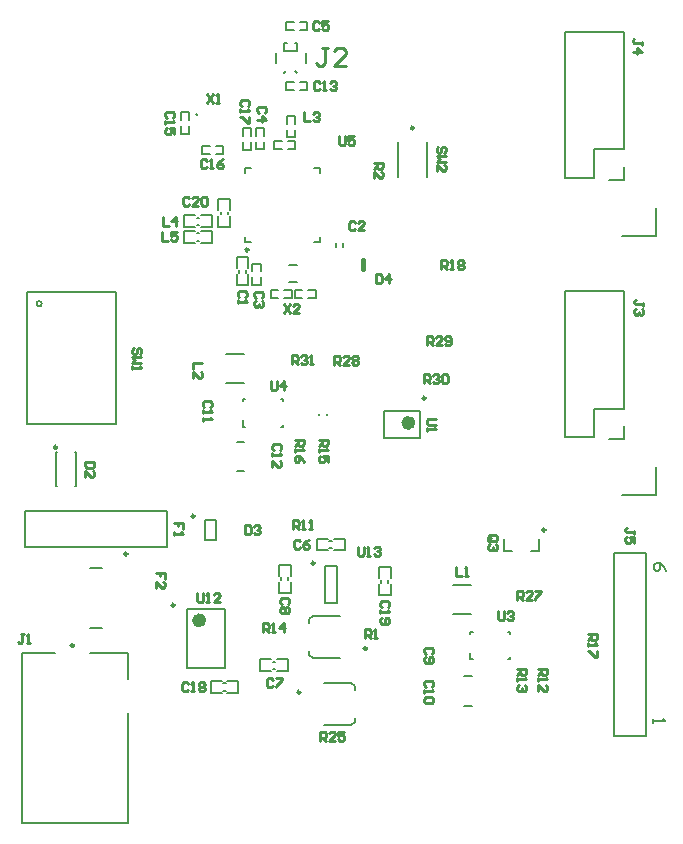
<source format=gto>
G04*
G04 #@! TF.GenerationSoftware,Altium Limited,Altium Designer,19.1.8 (144)*
G04*
G04 Layer_Color=65535*
%FSLAX25Y25*%
%MOIN*%
G70*
G01*
G75*
%ADD10C,0.00984*%
%ADD11C,0.02362*%
%ADD12C,0.00394*%
%ADD13C,0.00787*%
%ADD14C,0.00591*%
%ADD15C,0.00600*%
%ADD16C,0.01575*%
%ADD17C,0.01000*%
%ADD18C,0.00800*%
D10*
X144492Y219733D02*
G03*
X144492Y219733I-492J0D01*
G01*
X148456Y129706D02*
G03*
X148456Y129706I-492J0D01*
G01*
X31205Y47209D02*
G03*
X31205Y47209I-492J0D01*
G01*
X188373Y85731D02*
G03*
X188373Y85731I-492J0D01*
G01*
X89416Y179143D02*
G03*
X89416Y179143I-492J0D01*
G01*
X25549Y113284D02*
G03*
X25549Y113284I-492J0D01*
G01*
X49031Y77732D02*
G03*
X49031Y77732I-492J0D01*
G01*
X111485Y74685D02*
G03*
X111485Y74685I-492J0D01*
G01*
X128806Y46163D02*
G03*
X128806Y46163I-492J0D01*
G01*
X106678Y31637D02*
G03*
X106678Y31637I-492J0D01*
G01*
X71385Y90367D02*
G03*
X71385Y90367I-492J0D01*
G01*
X64768Y60645D02*
G03*
X64768Y60645I-492J0D01*
G01*
D11*
X143879Y121438D02*
G03*
X143879Y121438I-1181J0D01*
G01*
X74119Y55606D02*
G03*
X74119Y55606I-1181J0D01*
G01*
D12*
X72567Y224202D02*
G03*
X72567Y224202I-433J0D01*
G01*
D13*
X20475Y161103D02*
G03*
X20475Y161103I-880J0D01*
G01*
X225248Y97272D02*
Y106720D01*
X213831Y97272D02*
X225248D01*
X194776Y126012D02*
Y165382D01*
X214461D01*
Y126091D02*
Y165382D01*
X204539Y126091D02*
X214461D01*
X204539Y116563D02*
Y126091D01*
X194776Y116563D02*
X204539D01*
X194776D02*
Y126012D01*
X209500Y116012D02*
X214618D01*
Y120343D01*
X225248Y183772D02*
Y193220D01*
X213831Y183772D02*
X225248D01*
X194776Y212512D02*
Y251882D01*
X214461D01*
Y212591D02*
Y251882D01*
X204539Y212591D02*
X214461D01*
X204539Y203063D02*
Y212591D01*
X194776Y203063D02*
X204539D01*
X194776D02*
Y212512D01*
X209500Y202512D02*
X214618D01*
Y206842D01*
X163406Y51866D02*
X164094D01*
X163406Y51177D02*
Y51866D01*
X176594Y51177D02*
Y51866D01*
X175906D02*
X176594D01*
Y42614D02*
Y43303D01*
X175906Y42614D02*
X176594D01*
X163406D02*
Y44780D01*
Y42614D02*
X164094D01*
X87705Y120174D02*
X88394D01*
X87705D02*
Y122339D01*
X100206Y120174D02*
X100894D01*
Y120863D01*
X100206Y129426D02*
X100894D01*
Y128737D02*
Y129426D01*
X87705Y128737D02*
Y129426D01*
X88394D01*
X115678Y124103D02*
Y124497D01*
X112922Y124103D02*
Y124497D01*
X72249Y187419D02*
X73036D01*
X72249Y189781D02*
X73036D01*
X72249Y184581D02*
X73036D01*
X72249Y182219D02*
X73036D01*
X88581Y171549D02*
Y172336D01*
X86219Y171549D02*
Y172336D01*
X82481Y190906D02*
Y191694D01*
X80119Y190906D02*
Y191694D01*
X148921Y203395D02*
Y215206D01*
X139079Y203395D02*
Y215206D01*
X134430Y125375D02*
X146635D01*
X134430Y116320D02*
X146635D01*
Y125375D01*
X134430Y116320D02*
Y125375D01*
X116406Y82081D02*
X117194D01*
X116406Y79719D02*
X117194D01*
X97549Y41781D02*
X98336D01*
X97549Y39419D02*
X98336D01*
X100319Y69106D02*
Y69894D01*
X102681Y69106D02*
Y69894D01*
X135981Y68206D02*
Y68994D01*
X133619Y68206D02*
Y68994D01*
X81006Y32219D02*
X81794D01*
X81006Y34581D02*
X81794D01*
X49216Y35988D02*
Y44846D01*
X36421D02*
X49216D01*
Y-11846D02*
Y24571D01*
X13783Y44846D02*
X25004D01*
X13783Y-11846D02*
Y44846D01*
Y-11846D02*
X49216D01*
X174495Y78644D02*
X177250D01*
X174495D02*
Y82581D01*
X183550Y78644D02*
X186305D01*
Y82581D01*
X221795Y16909D02*
Y78091D01*
X211205Y16909D02*
X221795D01*
X211205D02*
Y78091D01*
X221795D01*
X120979Y180109D02*
Y181291D01*
X118421Y180109D02*
Y181291D01*
X102743Y174153D02*
X105499D01*
X102743Y168247D02*
X105499D01*
X88333Y181702D02*
X90105D01*
X88333D02*
Y183474D01*
Y204734D02*
Y206505D01*
X90105D01*
X111365D02*
X113136D01*
Y204734D02*
Y206505D01*
X111365Y181702D02*
X113136D01*
Y183474D01*
X82047Y134579D02*
X87953D01*
X82047Y144421D02*
X87953D01*
X85706Y115221D02*
X88068D01*
X85706Y105379D02*
X88068D01*
X161406Y36921D02*
X163768D01*
X161406Y27079D02*
X163768D01*
X157547Y57579D02*
X163453D01*
X157547Y67421D02*
X163453D01*
X28650Y165040D02*
X45185D01*
Y120945D02*
Y165040D01*
X15658Y120945D02*
X45185D01*
X15658D02*
Y165040D01*
X28650D01*
X31553Y100390D02*
X31947D01*
X31553Y111610D02*
X31947D01*
X25253Y100390D02*
X25647D01*
X25253Y111610D02*
X25647D01*
X31947Y100390D02*
Y111610D01*
X25253Y100390D02*
Y111610D01*
X14878Y80094D02*
Y91905D01*
X62122D01*
Y80094D02*
Y91905D01*
X14878Y80094D02*
X62122D01*
X36531Y73039D02*
X40468D01*
X36531Y52961D02*
X40468D01*
X118769Y61398D02*
Y73602D01*
X114831Y61398D02*
Y73602D01*
Y61398D02*
X118769D01*
X114831Y73602D02*
X118769D01*
X110794Y57187D02*
X119850D01*
X109613Y56006D02*
X110794Y57187D01*
X109613Y54824D02*
Y56006D01*
X109613Y44194D02*
Y45376D01*
Y44194D02*
X110794Y43013D01*
X119850D01*
X114650Y20613D02*
X123705D01*
X124887Y21794D01*
Y22976D01*
X124887Y32424D02*
Y33606D01*
X123705Y34787D02*
X124887Y33606D01*
X114650Y34787D02*
X123705D01*
X78472Y82552D02*
Y89048D01*
X74928Y82552D02*
Y89048D01*
X78472D01*
X74928Y82552D02*
X78472D01*
X69001Y39858D02*
X81599D01*
X69001Y59543D02*
X81599D01*
Y39858D02*
Y59543D01*
X69001Y39858D02*
Y59543D01*
D14*
X101335Y245305D02*
Y247983D01*
X102083D01*
X101335Y245305D02*
X105665D01*
X104917Y247983D02*
X105665D01*
Y245305D02*
Y247983D01*
X98579Y241369D02*
Y244754D01*
X101335Y238140D02*
X102024Y238829D01*
X108421Y241369D02*
Y244754D01*
X104976Y238829D02*
X105665Y238140D01*
D15*
X102158Y223683D02*
X104914Y223683D01*
X102158Y216597D02*
X104914D01*
X102158D02*
Y219156D01*
Y221124D02*
Y223683D01*
X104914Y216597D02*
Y219156D01*
Y221124D02*
Y223683D01*
X111929Y163122D02*
Y165878D01*
X104842Y163122D02*
Y165878D01*
X107401D01*
X109370D02*
X111929D01*
X104842Y163122D02*
X107401D01*
X109370D02*
X111929D01*
X96843Y163122D02*
Y165878D01*
X103929Y163122D02*
Y165878D01*
X101370Y163122D02*
X103929D01*
X96843D02*
X99402D01*
X101370Y165878D02*
X103929D01*
X96843D02*
X99402D01*
X105039Y212745D02*
Y215501D01*
X97953Y212745D02*
Y215501D01*
X100512D01*
X102480D02*
X105039D01*
X97953Y212745D02*
X100512D01*
X102480D02*
X105039D01*
X101957Y232422D02*
Y235178D01*
X109044Y232422D02*
Y235178D01*
X106485Y232422D02*
X109044D01*
X101957D02*
X104516D01*
X106485Y235178D02*
X109044D01*
X101957D02*
X104516D01*
X66822Y217857D02*
X69578D01*
X66822Y224944D02*
X69578D01*
Y222385D02*
Y224944D01*
Y217857D02*
Y220416D01*
X66822Y222385D02*
Y224944D01*
Y217857D02*
Y220416D01*
X73896Y211122D02*
Y213878D01*
X80983Y211122D02*
Y213878D01*
X78424Y211122D02*
X80983D01*
X73896D02*
X76455D01*
X78424Y213878D02*
X80983D01*
X73896D02*
X76455D01*
X77268Y186632D02*
Y190568D01*
X68016Y186632D02*
Y190568D01*
X73627Y186632D02*
X77268D01*
X68016D02*
X71658D01*
X73627Y190568D02*
X77268D01*
X68016D02*
X71658D01*
X68016Y181431D02*
Y185369D01*
X77268Y181431D02*
Y185369D01*
X68016D02*
X71658D01*
X73627D02*
X77268D01*
X68016Y181431D02*
X71658D01*
X73627D02*
X77268D01*
X89368Y172927D02*
Y176568D01*
Y167316D02*
Y170958D01*
X85431Y172927D02*
Y176568D01*
Y167317D02*
Y170958D01*
Y167317D02*
X89368Y167316D01*
X85431Y176568D02*
X89368D01*
X90722Y167388D02*
X93478D01*
X90722Y174475D02*
X93478D01*
Y171916D02*
Y174475D01*
Y167388D02*
Y169948D01*
X90722Y171916D02*
Y174475D01*
Y167388D02*
Y169948D01*
X87522Y219643D02*
X90278D01*
X87522Y212556D02*
X90278D01*
X87522D02*
Y215115D01*
Y217084D02*
Y219643D01*
X90278Y212556D02*
Y215115D01*
Y217084D02*
Y219643D01*
X83268Y192284D02*
Y195926D01*
Y186674D02*
Y190316D01*
X79331Y192284D02*
Y195926D01*
Y186674D02*
Y190316D01*
Y186674D02*
X83268Y186674D01*
X79331Y195926D02*
X83268D01*
X91857Y219647D02*
X94613D01*
X91857Y212560D02*
X94613D01*
X91857D02*
Y215119D01*
Y217088D02*
Y219647D01*
X94613Y212560D02*
Y215119D01*
Y217088D02*
Y219647D01*
X112174Y82868D02*
X115816D01*
X117784D02*
X121426D01*
X112174Y78931D02*
X115816D01*
X117784D02*
X121426D01*
X121426Y82868D01*
X112174Y78931D02*
Y82868D01*
X93317Y42568D02*
X96958D01*
X98927D02*
X102568D01*
X93317Y38631D02*
X96958D01*
X98927D02*
X102568D01*
X102568Y42568D01*
X93317Y38631D02*
Y42568D01*
X99532Y64874D02*
Y68516D01*
Y70484D02*
Y74126D01*
X103469Y64874D02*
Y68516D01*
Y70484D02*
Y74126D01*
X99532Y74126D02*
X103469Y74126D01*
X99532Y64874D02*
X103469D01*
X136768Y69584D02*
Y73226D01*
Y63974D02*
Y67616D01*
X132832Y69584D02*
Y73226D01*
Y63974D02*
Y67616D01*
Y63974D02*
X136768Y63974D01*
X132832Y73226D02*
X136768D01*
X82384Y31431D02*
X86026D01*
X76774D02*
X80416D01*
X82384Y35368D02*
X86026D01*
X76774D02*
X80416D01*
X76774Y31431D02*
X76774Y35368D01*
X86026Y31431D02*
Y35368D01*
X101971Y255174D02*
X104530D01*
X106498D02*
X109057D01*
X101971Y252419D02*
X104530D01*
X106498D02*
X109057D01*
Y255174D01*
X101971Y252419D02*
Y255174D01*
D16*
X127573Y172695D02*
Y175844D01*
D17*
X220999Y160501D02*
Y161500D01*
Y161001D01*
X218500D01*
X218000Y161500D01*
Y162000D01*
X218500Y162500D01*
X220499Y159501D02*
X220999Y159001D01*
Y158001D01*
X220499Y157502D01*
X219999D01*
X219499Y158001D01*
Y158501D01*
Y158001D01*
X219000Y157502D01*
X218500D01*
X218000Y158001D01*
Y159001D01*
X218500Y159501D01*
X220499Y247501D02*
Y248500D01*
Y248001D01*
X218000D01*
X217500Y248500D01*
Y249000D01*
X218000Y249500D01*
X217500Y245002D02*
X220499D01*
X219000Y246501D01*
Y244502D01*
X115899Y246298D02*
X113899D01*
X114899D01*
Y241300D01*
X113899Y240300D01*
X112900D01*
X111900Y241300D01*
X121897Y240300D02*
X117898D01*
X121897Y244299D01*
Y245298D01*
X120897Y246298D01*
X118898D01*
X117898Y245298D01*
X64199Y223201D02*
X64699Y223700D01*
Y224700D01*
X64199Y225200D01*
X62200D01*
X61700Y224700D01*
Y223700D01*
X62200Y223201D01*
X61700Y222201D02*
Y221201D01*
Y221701D01*
X64699D01*
X64199Y222201D01*
X64699Y217702D02*
Y219702D01*
X63200D01*
X63699Y218702D01*
Y218202D01*
X63200Y217702D01*
X62200D01*
X61700Y218202D01*
Y219202D01*
X62200Y219702D01*
X60742Y190199D02*
Y187200D01*
X62742D01*
X65241D02*
Y190199D01*
X63741Y188699D01*
X65741D01*
X154699Y211501D02*
X155199Y212000D01*
Y213000D01*
X154699Y213500D01*
X154199D01*
X153700Y213000D01*
Y212000D01*
X153200Y211501D01*
X152700D01*
X152200Y212000D01*
Y213000D01*
X152700Y213500D01*
X155199Y210501D02*
X152200D01*
X153200Y209501D01*
X152200Y208502D01*
X155199D01*
X152200Y205503D02*
Y207502D01*
X154199Y205503D01*
X154699D01*
X155199Y206002D01*
Y207002D01*
X154699Y207502D01*
X151799Y122800D02*
X149300D01*
X148800Y122300D01*
Y121300D01*
X149300Y120801D01*
X151799D01*
X148800Y119801D02*
Y118801D01*
Y119301D01*
X151799D01*
X151299Y119801D01*
X106699Y81899D02*
X106200Y82399D01*
X105200D01*
X104700Y81899D01*
Y79900D01*
X105200Y79400D01*
X106200D01*
X106699Y79900D01*
X109698Y82399D02*
X108699Y81899D01*
X107699Y80900D01*
Y79900D01*
X108199Y79400D01*
X109199D01*
X109698Y79900D01*
Y80400D01*
X109199Y80900D01*
X107699D01*
X97499Y35799D02*
X97000Y36299D01*
X96000D01*
X95500Y35799D01*
Y33800D01*
X96000Y33300D01*
X97000D01*
X97499Y33800D01*
X98499Y36299D02*
X100498D01*
Y35799D01*
X98499Y33800D01*
Y33300D01*
X102499Y61001D02*
X102999Y61501D01*
Y62500D01*
X102499Y63000D01*
X100500D01*
X100000Y62500D01*
Y61501D01*
X100500Y61001D01*
X102499Y60001D02*
X102999Y59501D01*
Y58501D01*
X102499Y58002D01*
X101999D01*
X101499Y58501D01*
X101000Y58002D01*
X100500D01*
X100000Y58501D01*
Y59501D01*
X100500Y60001D01*
X101000D01*
X101499Y59501D01*
X101999Y60001D01*
X102499D01*
X101499Y59501D02*
Y58501D01*
X135799Y59943D02*
X136299Y60443D01*
Y61443D01*
X135799Y61942D01*
X133800D01*
X133300Y61443D01*
Y60443D01*
X133800Y59943D01*
X133300Y58943D02*
Y57944D01*
Y58444D01*
X136299D01*
X135799Y58943D01*
X133800Y56444D02*
X133300Y55945D01*
Y54945D01*
X133800Y54445D01*
X135799D01*
X136299Y54945D01*
Y55945D01*
X135799Y56444D01*
X135299D01*
X134800Y55945D01*
Y54445D01*
X69299Y34499D02*
X68800Y34999D01*
X67800D01*
X67300Y34499D01*
Y32500D01*
X67800Y32000D01*
X68800D01*
X69299Y32500D01*
X70299Y32000D02*
X71299D01*
X70799D01*
Y34999D01*
X70299Y34499D01*
X72798D02*
X73298Y34999D01*
X74298D01*
X74798Y34499D01*
Y33999D01*
X74298Y33500D01*
X74798Y33000D01*
Y32500D01*
X74298Y32000D01*
X73298D01*
X72798Y32500D01*
Y33000D01*
X73298Y33500D01*
X72798Y33999D01*
Y34499D01*
X73298Y33500D02*
X74298D01*
X113045Y254795D02*
X112545Y255295D01*
X111545D01*
X111045Y254795D01*
Y252796D01*
X111545Y252296D01*
X112545D01*
X113045Y252796D01*
X116043Y255295D02*
X114044D01*
Y253796D01*
X115044Y254296D01*
X115544D01*
X116043Y253796D01*
Y252796D01*
X115544Y252296D01*
X114544D01*
X114044Y252796D01*
X14499Y50999D02*
X13500D01*
X13999D01*
Y48500D01*
X13500Y48000D01*
X13000D01*
X12500Y48500D01*
X15499Y48000D02*
X16499D01*
X15999D01*
Y50999D01*
X15499Y50499D01*
X153600Y172600D02*
Y175599D01*
X155099D01*
X155599Y175099D01*
Y174100D01*
X155099Y173600D01*
X153600D01*
X154600D02*
X155599Y172600D01*
X156599D02*
X157599D01*
X157099D01*
Y175599D01*
X156599Y175099D01*
X159098D02*
X159598Y175599D01*
X160598D01*
X161098Y175099D01*
Y174599D01*
X160598Y174100D01*
X161098Y173600D01*
Y173100D01*
X160598Y172600D01*
X159598D01*
X159098Y173100D01*
Y173600D01*
X159598Y174100D01*
X159098Y174599D01*
Y175099D01*
X159598Y174100D02*
X160598D01*
X118000Y140800D02*
Y143799D01*
X119500D01*
X119999Y143299D01*
Y142299D01*
X119500Y141800D01*
X118000D01*
X119000D02*
X119999Y140800D01*
X122998D02*
X120999D01*
X122998Y142799D01*
Y143299D01*
X122499Y143799D01*
X121499D01*
X120999Y143299D01*
X123998D02*
X124498Y143799D01*
X125498D01*
X125997Y143299D01*
Y142799D01*
X125498Y142299D01*
X125997Y141800D01*
Y141300D01*
X125498Y140800D01*
X124498D01*
X123998Y141300D01*
Y141800D01*
X124498Y142299D01*
X123998Y142799D01*
Y143299D01*
X124498Y142299D02*
X125498D01*
X148800Y147300D02*
Y150299D01*
X150300D01*
X150799Y149799D01*
Y148800D01*
X150300Y148300D01*
X148800D01*
X149800D02*
X150799Y147300D01*
X153798D02*
X151799D01*
X153798Y149299D01*
Y149799D01*
X153299Y150299D01*
X152299D01*
X151799Y149799D01*
X154798Y147800D02*
X155298Y147300D01*
X156298D01*
X156797Y147800D01*
Y149799D01*
X156298Y150299D01*
X155298D01*
X154798Y149799D01*
Y149299D01*
X155298Y148800D01*
X156797D01*
X147800Y134600D02*
Y137599D01*
X149300D01*
X149799Y137099D01*
Y136100D01*
X149300Y135600D01*
X147800D01*
X148800D02*
X149799Y134600D01*
X150799Y137099D02*
X151299Y137599D01*
X152299D01*
X152798Y137099D01*
Y136599D01*
X152299Y136100D01*
X151799D01*
X152299D01*
X152798Y135600D01*
Y135100D01*
X152299Y134600D01*
X151299D01*
X150799Y135100D01*
X153798Y137099D02*
X154298Y137599D01*
X155298D01*
X155797Y137099D01*
Y135100D01*
X155298Y134600D01*
X154298D01*
X153798Y135100D01*
Y137099D01*
X169900Y81901D02*
X171899D01*
X172399Y82401D01*
Y83400D01*
X171899Y83900D01*
X169900D01*
X169400Y83400D01*
Y82401D01*
X170400Y82900D02*
X169400Y81901D01*
Y82401D02*
X169900Y81901D01*
X171899Y80901D02*
X172399Y80401D01*
Y79401D01*
X171899Y78902D01*
X171399D01*
X170899Y79401D01*
Y79901D01*
Y79401D01*
X170400Y78902D01*
X169900D01*
X169400Y79401D01*
Y80401D01*
X169900Y80901D01*
X202500Y51000D02*
X205499D01*
Y49501D01*
X204999Y49001D01*
X203999D01*
X203500Y49501D01*
Y51000D01*
Y50000D02*
X202500Y49001D01*
Y48001D02*
Y47001D01*
Y47501D01*
X205499D01*
X204999Y48001D01*
X205499Y45502D02*
Y43502D01*
X204999D01*
X203000Y45502D01*
X202500D01*
X217999Y84501D02*
Y85500D01*
Y85000D01*
X215500D01*
X215000Y85500D01*
Y86000D01*
X215500Y86500D01*
X217999Y81502D02*
Y83501D01*
X216499D01*
X216999Y82501D01*
Y82001D01*
X216499Y81502D01*
X215500D01*
X215000Y82001D01*
Y83001D01*
X215500Y83501D01*
X131200Y208100D02*
X134199D01*
Y206600D01*
X133699Y206101D01*
X132700D01*
X132200Y206600D01*
Y208100D01*
Y207100D02*
X131200Y206101D01*
Y203102D02*
Y205101D01*
X133199Y203102D01*
X133699D01*
X134199Y203601D01*
Y204601D01*
X133699Y205101D01*
X131900Y170899D02*
Y167900D01*
X133399D01*
X133899Y168400D01*
Y170399D01*
X133399Y170899D01*
X131900D01*
X136399Y167900D02*
Y170899D01*
X134899Y169399D01*
X136898D01*
X60500Y185099D02*
Y182100D01*
X62499D01*
X65498Y185099D02*
X63499D01*
Y183599D01*
X64499Y184099D01*
X64999D01*
X65498Y183599D01*
Y182600D01*
X64999Y182100D01*
X63999D01*
X63499Y182600D01*
X113099Y234799D02*
X112600Y235299D01*
X111600D01*
X111100Y234799D01*
Y232800D01*
X111600Y232300D01*
X112600D01*
X113099Y232800D01*
X114099Y232300D02*
X115099D01*
X114599D01*
Y235299D01*
X114099Y234799D01*
X116598D02*
X117098Y235299D01*
X118098D01*
X118598Y234799D01*
Y234299D01*
X118098Y233800D01*
X117598D01*
X118098D01*
X118598Y233300D01*
Y232800D01*
X118098Y232300D01*
X117098D01*
X116598Y232800D01*
X108000Y224999D02*
Y222000D01*
X109999D01*
X110999Y224499D02*
X111499Y224999D01*
X112499D01*
X112998Y224499D01*
Y223999D01*
X112499Y223499D01*
X111999D01*
X112499D01*
X112998Y223000D01*
Y222500D01*
X112499Y222000D01*
X111499D01*
X110999Y222500D01*
X94799Y224801D02*
X95299Y225301D01*
Y226300D01*
X94799Y226800D01*
X92800D01*
X92300Y226300D01*
Y225301D01*
X92800Y224801D01*
X92300Y222302D02*
X95299D01*
X93800Y223801D01*
Y221802D01*
X93799Y163164D02*
X94299Y163663D01*
Y164663D01*
X93799Y165163D01*
X91800D01*
X91300Y164663D01*
Y163663D01*
X91800Y163164D01*
X93799Y162164D02*
X94299Y161664D01*
Y160664D01*
X93799Y160165D01*
X93299D01*
X92800Y160664D01*
Y161164D01*
Y160664D01*
X92300Y160165D01*
X91800D01*
X91300Y160664D01*
Y161664D01*
X91800Y162164D01*
X75499Y208799D02*
X74999Y209299D01*
X74000D01*
X73500Y208799D01*
Y206800D01*
X74000Y206300D01*
X74999D01*
X75499Y206800D01*
X76499Y206300D02*
X77499D01*
X76999D01*
Y209299D01*
X76499Y208799D01*
X80998Y209299D02*
X79998Y208799D01*
X78998Y207800D01*
Y206800D01*
X79498Y206300D01*
X80498D01*
X80998Y206800D01*
Y207300D01*
X80498Y207800D01*
X78998D01*
X124999Y188099D02*
X124499Y188599D01*
X123500D01*
X123000Y188099D01*
Y186100D01*
X123500Y185600D01*
X124499D01*
X124999Y186100D01*
X127998Y185600D02*
X125999D01*
X127998Y187599D01*
Y188099D01*
X127499Y188599D01*
X126499D01*
X125999Y188099D01*
X75700Y231099D02*
X77699Y228100D01*
Y231099D02*
X75700Y228100D01*
X78699D02*
X79699D01*
X79199D01*
Y231099D01*
X78699Y230599D01*
X101321Y160999D02*
X103321Y158000D01*
Y160999D02*
X101321Y158000D01*
X106320D02*
X104320D01*
X106320Y159999D01*
Y160499D01*
X105820Y160999D01*
X104820D01*
X104320Y160499D01*
X88299Y163343D02*
X88799Y163843D01*
Y164843D01*
X88299Y165342D01*
X86300D01*
X85800Y164843D01*
Y163843D01*
X86300Y163343D01*
X85800Y162344D02*
Y161344D01*
Y161844D01*
X88799D01*
X88299Y162344D01*
X69599Y196299D02*
X69099Y196799D01*
X68100D01*
X67600Y196299D01*
Y194300D01*
X68100Y193800D01*
X69099D01*
X69599Y194300D01*
X72598Y193800D02*
X70599D01*
X72598Y195799D01*
Y196299D01*
X72099Y196799D01*
X71099D01*
X70599Y196299D01*
X73598D02*
X74098Y196799D01*
X75098D01*
X75597Y196299D01*
Y194300D01*
X75098Y193800D01*
X74098D01*
X73598Y194300D01*
Y196299D01*
X119700Y216899D02*
Y214400D01*
X120200Y213900D01*
X121200D01*
X121699Y214400D01*
Y216899D01*
X124698D02*
X122699D01*
Y215400D01*
X123699Y215899D01*
X124199D01*
X124698Y215400D01*
Y214400D01*
X124199Y213900D01*
X123199D01*
X122699Y214400D01*
X89099Y227001D02*
X89599Y227501D01*
Y228500D01*
X89099Y229000D01*
X87100D01*
X86600Y228500D01*
Y227501D01*
X87100Y227001D01*
X86600Y226001D02*
Y225001D01*
Y225501D01*
X89599D01*
X89099Y226001D01*
X89599Y223502D02*
Y221502D01*
X89099D01*
X87100Y223502D01*
X86600D01*
X103900Y141000D02*
Y143999D01*
X105400D01*
X105899Y143499D01*
Y142499D01*
X105400Y142000D01*
X103900D01*
X104900D02*
X105899Y141000D01*
X106899Y143499D02*
X107399Y143999D01*
X108399D01*
X108898Y143499D01*
Y142999D01*
X108399Y142499D01*
X107899D01*
X108399D01*
X108898Y142000D01*
Y141500D01*
X108399Y141000D01*
X107399D01*
X106899Y141500D01*
X109898Y141000D02*
X110898D01*
X110398D01*
Y143999D01*
X109898Y143499D01*
X104800Y115800D02*
X107799D01*
Y114301D01*
X107299Y113801D01*
X106299D01*
X105800Y114301D01*
Y115800D01*
Y114800D02*
X104800Y113801D01*
Y112801D02*
Y111801D01*
Y112301D01*
X107799D01*
X107299Y112801D01*
X107799Y108302D02*
X107299Y109302D01*
X106299Y110302D01*
X105300D01*
X104800Y109802D01*
Y108802D01*
X105300Y108302D01*
X105800D01*
X106299Y108802D01*
Y110302D01*
X112800Y115800D02*
X115799D01*
Y114301D01*
X115299Y113801D01*
X114299D01*
X113800Y114301D01*
Y115800D01*
Y114800D02*
X112800Y113801D01*
Y112801D02*
Y111801D01*
Y112301D01*
X115799D01*
X115299Y112801D01*
X115799Y108302D02*
Y110302D01*
X114299D01*
X114799Y109302D01*
Y108802D01*
X114299Y108302D01*
X113300D01*
X112800Y108802D01*
Y109802D01*
X113300Y110302D01*
X76699Y126601D02*
X77199Y127101D01*
Y128100D01*
X76699Y128600D01*
X74700D01*
X74200Y128100D01*
Y127101D01*
X74700Y126601D01*
X74200Y125601D02*
Y124601D01*
Y125101D01*
X77199D01*
X76699Y125601D01*
X74200Y123102D02*
Y122102D01*
Y122602D01*
X77199D01*
X76699Y123102D01*
X73999Y141500D02*
X71000D01*
Y139501D01*
Y136502D02*
Y138501D01*
X72999Y136502D01*
X73499D01*
X73999Y137001D01*
Y138001D01*
X73499Y138501D01*
X99799Y112301D02*
X100299Y112801D01*
Y113800D01*
X99799Y114300D01*
X97800D01*
X97300Y113800D01*
Y112801D01*
X97800Y112301D01*
X97300Y111301D02*
Y110301D01*
Y110801D01*
X100299D01*
X99799Y111301D01*
X97300Y106802D02*
Y108802D01*
X99299Y106802D01*
X99799D01*
X100299Y107302D01*
Y108302D01*
X99799Y108802D01*
X179000Y62500D02*
Y65499D01*
X180499D01*
X180999Y64999D01*
Y63999D01*
X180499Y63500D01*
X179000D01*
X180000D02*
X180999Y62500D01*
X183998D02*
X181999D01*
X183998Y64499D01*
Y64999D01*
X183499Y65499D01*
X182499D01*
X181999Y64999D01*
X184998Y65499D02*
X186997D01*
Y64999D01*
X184998Y63000D01*
Y62500D01*
X96800Y135299D02*
Y132800D01*
X97300Y132300D01*
X98299D01*
X98799Y132800D01*
Y135299D01*
X101299Y132300D02*
Y135299D01*
X99799Y133800D01*
X101798D01*
X179000Y39500D02*
X181999D01*
Y38001D01*
X181499Y37501D01*
X180499D01*
X180000Y38001D01*
Y39500D01*
Y38500D02*
X179000Y37501D01*
Y36501D02*
Y35501D01*
Y36001D01*
X181999D01*
X181499Y36501D01*
Y34002D02*
X181999Y33502D01*
Y32502D01*
X181499Y32002D01*
X180999D01*
X180499Y32502D01*
Y33002D01*
Y32502D01*
X180000Y32002D01*
X179500D01*
X179000Y32502D01*
Y33502D01*
X179500Y34002D01*
X186000Y39500D02*
X188999D01*
Y38001D01*
X188499Y37501D01*
X187499D01*
X187000Y38001D01*
Y39500D01*
Y38500D02*
X186000Y37501D01*
Y36501D02*
Y35501D01*
Y36001D01*
X188999D01*
X188499Y36501D01*
X186000Y32002D02*
Y34002D01*
X187999Y32002D01*
X188499D01*
X188999Y32502D01*
Y33502D01*
X188499Y34002D01*
X150499Y44501D02*
X150999Y45000D01*
Y46000D01*
X150499Y46500D01*
X148500D01*
X148000Y46000D01*
Y45000D01*
X148500Y44501D01*
Y43501D02*
X148000Y43001D01*
Y42001D01*
X148500Y41502D01*
X150499D01*
X150999Y42001D01*
Y43001D01*
X150499Y43501D01*
X149999D01*
X149499Y43001D01*
Y41502D01*
X150499Y33501D02*
X150999Y34001D01*
Y35000D01*
X150499Y35500D01*
X148500D01*
X148000Y35000D01*
Y34001D01*
X148500Y33501D01*
X148000Y32501D02*
Y31501D01*
Y32001D01*
X150999D01*
X150499Y32501D01*
Y30002D02*
X150999Y29502D01*
Y28502D01*
X150499Y28002D01*
X148500D01*
X148000Y28502D01*
Y29502D01*
X148500Y30002D01*
X150499D01*
X158500Y73499D02*
Y70500D01*
X160499D01*
X161499D02*
X162499D01*
X161999D01*
Y73499D01*
X161499Y72999D01*
X172600Y58699D02*
Y56200D01*
X173100Y55700D01*
X174100D01*
X174599Y56200D01*
Y58699D01*
X175599Y58199D02*
X176099Y58699D01*
X177099D01*
X177598Y58199D01*
Y57699D01*
X177099Y57200D01*
X176599D01*
X177099D01*
X177598Y56700D01*
Y56200D01*
X177099Y55700D01*
X176099D01*
X175599Y56200D01*
X53149Y144336D02*
X53649Y144835D01*
Y145835D01*
X53149Y146335D01*
X52649D01*
X52149Y145835D01*
Y144835D01*
X51650Y144336D01*
X51150D01*
X50650Y144835D01*
Y145835D01*
X51150Y146335D01*
X53649Y143336D02*
X50650D01*
X51650Y142336D01*
X50650Y141337D01*
X53649D01*
X50650Y140337D02*
Y139337D01*
Y139837D01*
X53649D01*
X53149Y140337D01*
X37999Y108400D02*
X35000D01*
Y106901D01*
X35500Y106401D01*
X37499D01*
X37999Y106901D01*
Y108400D01*
X35000Y103402D02*
Y105401D01*
X36999Y103402D01*
X37499D01*
X37999Y103901D01*
Y104901D01*
X37499Y105401D01*
X67499Y86001D02*
Y88000D01*
X66000D01*
Y87000D01*
Y88000D01*
X64500D01*
Y85001D02*
Y84001D01*
Y84501D01*
X67499D01*
X66999Y85001D01*
X61499Y69501D02*
Y71500D01*
X60000D01*
Y70500D01*
Y71500D01*
X58500D01*
Y66502D02*
Y68501D01*
X60499Y66502D01*
X60999D01*
X61499Y67001D01*
Y68001D01*
X60999Y68501D01*
X104100Y85900D02*
Y88899D01*
X105599D01*
X106099Y88399D01*
Y87400D01*
X105599Y86900D01*
X104100D01*
X105100D02*
X106099Y85900D01*
X107099D02*
X108099D01*
X107599D01*
Y88899D01*
X107099Y88399D01*
X109598Y85900D02*
X110598D01*
X110098D01*
Y88899D01*
X109598Y88399D01*
X125900Y80099D02*
Y77600D01*
X126400Y77100D01*
X127400D01*
X127899Y77600D01*
Y80099D01*
X128899Y77100D02*
X129899D01*
X129399D01*
Y80099D01*
X128899Y79599D01*
X131398D02*
X131898Y80099D01*
X132898D01*
X133398Y79599D01*
Y79099D01*
X132898Y78600D01*
X132398D01*
X132898D01*
X133398Y78100D01*
Y77600D01*
X132898Y77100D01*
X131898D01*
X131398Y77600D01*
X128100Y49700D02*
Y52699D01*
X129599D01*
X130099Y52199D01*
Y51200D01*
X129599Y50700D01*
X128100D01*
X129100D02*
X130099Y49700D01*
X131099D02*
X132099D01*
X131599D01*
Y52699D01*
X131099Y52199D01*
X113400Y15400D02*
Y18399D01*
X114900D01*
X115399Y17899D01*
Y16899D01*
X114900Y16400D01*
X113400D01*
X114400D02*
X115399Y15400D01*
X118398D02*
X116399D01*
X118398Y17399D01*
Y17899D01*
X117899Y18399D01*
X116899D01*
X116399Y17899D01*
X121397Y18399D02*
X119398D01*
Y16899D01*
X120398Y17399D01*
X120898D01*
X121397Y16899D01*
Y15900D01*
X120898Y15400D01*
X119898D01*
X119398Y15900D01*
X94200Y51700D02*
Y54699D01*
X95700D01*
X96199Y54199D01*
Y53199D01*
X95700Y52700D01*
X94200D01*
X95200D02*
X96199Y51700D01*
X97199D02*
X98199D01*
X97699D01*
Y54699D01*
X97199Y54199D01*
X101198Y51700D02*
Y54699D01*
X99698Y53199D01*
X101698D01*
X88200Y87299D02*
Y84300D01*
X89700D01*
X90199Y84800D01*
Y86799D01*
X89700Y87299D01*
X88200D01*
X91199Y86799D02*
X91699Y87299D01*
X92699D01*
X93198Y86799D01*
Y86299D01*
X92699Y85799D01*
X92199D01*
X92699D01*
X93198Y85300D01*
Y84800D01*
X92699Y84300D01*
X91699D01*
X91199Y84800D01*
X72300Y64699D02*
Y62200D01*
X72800Y61700D01*
X73800D01*
X74299Y62200D01*
Y64699D01*
X75299Y61700D02*
X76299D01*
X75799D01*
Y64699D01*
X75299Y64199D01*
X79798Y61700D02*
X77798D01*
X79798Y63699D01*
Y64199D01*
X79298Y64699D01*
X78298D01*
X77798Y64199D01*
D18*
X224400Y22600D02*
Y21267D01*
Y21934D01*
X228399D01*
X227732Y22600D01*
X228499Y72034D02*
X227832Y73367D01*
X226499Y74700D01*
X225166D01*
X224500Y74034D01*
Y72701D01*
X225166Y72034D01*
X225833D01*
X226499Y72701D01*
Y74700D01*
M02*

</source>
